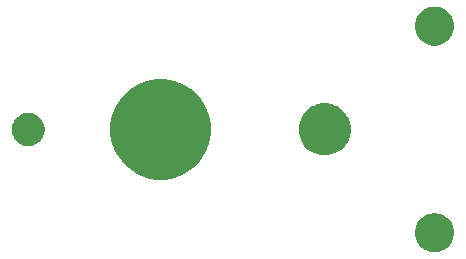
<source format=gbr>
G04 #@! TF.GenerationSoftware,KiCad,Pcbnew,5.1.5+dfsg1-2build2*
G04 #@! TF.CreationDate,2021-03-16T12:31:57-05:00*
G04 #@! TF.ProjectId,TT_GEAR_MOTOR_BRACKET,54545f47-4541-4525-9f4d-4f544f525f42,rev?*
G04 #@! TF.SameCoordinates,Original*
G04 #@! TF.FileFunction,Soldermask,Top*
G04 #@! TF.FilePolarity,Negative*
%FSLAX46Y46*%
G04 Gerber Fmt 4.6, Leading zero omitted, Abs format (unit mm)*
G04 Created by KiCad (PCBNEW 5.1.5+dfsg1-2build2) date 2021-03-16 12:31:57*
%MOMM*%
%LPD*%
G04 APERTURE LIST*
%ADD10C,0.100000*%
G04 APERTURE END LIST*
D10*
G36*
X87175256Y-68391298D02*
G01*
X87281579Y-68412447D01*
X87582042Y-68536903D01*
X87852451Y-68717585D01*
X88082415Y-68947549D01*
X88263097Y-69217958D01*
X88387553Y-69518421D01*
X88451000Y-69837391D01*
X88451000Y-70162609D01*
X88387553Y-70481579D01*
X88263097Y-70782042D01*
X88082415Y-71052451D01*
X87852451Y-71282415D01*
X87582042Y-71463097D01*
X87281579Y-71587553D01*
X87175256Y-71608702D01*
X86962611Y-71651000D01*
X86637389Y-71651000D01*
X86424744Y-71608702D01*
X86318421Y-71587553D01*
X86017958Y-71463097D01*
X85747549Y-71282415D01*
X85517585Y-71052451D01*
X85336903Y-70782042D01*
X85212447Y-70481579D01*
X85149000Y-70162609D01*
X85149000Y-69837391D01*
X85212447Y-69518421D01*
X85336903Y-69217958D01*
X85517585Y-68947549D01*
X85747549Y-68717585D01*
X86017958Y-68536903D01*
X86318421Y-68412447D01*
X86424744Y-68391298D01*
X86637389Y-68349000D01*
X86962611Y-68349000D01*
X87175256Y-68391298D01*
G37*
G36*
X64429329Y-57080682D02*
G01*
X64839971Y-57162363D01*
X65613604Y-57482812D01*
X66309855Y-57948033D01*
X66901967Y-58540145D01*
X67367188Y-59236396D01*
X67687637Y-60010029D01*
X67851000Y-60831313D01*
X67851000Y-61668687D01*
X67687637Y-62489971D01*
X67367188Y-63263604D01*
X66901967Y-63959855D01*
X66309855Y-64551967D01*
X65613604Y-65017188D01*
X64839971Y-65337637D01*
X64429329Y-65419319D01*
X64018688Y-65501000D01*
X63181312Y-65501000D01*
X62770671Y-65419319D01*
X62360029Y-65337637D01*
X61586396Y-65017188D01*
X60890145Y-64551967D01*
X60298033Y-63959855D01*
X59832812Y-63263604D01*
X59512363Y-62489971D01*
X59349000Y-61668687D01*
X59349000Y-60831313D01*
X59512363Y-60010029D01*
X59832812Y-59236396D01*
X60298033Y-58540145D01*
X60890145Y-57948033D01*
X61586396Y-57482812D01*
X62360029Y-57162363D01*
X62770671Y-57080682D01*
X63181312Y-56999000D01*
X64018688Y-56999000D01*
X64429329Y-57080682D01*
G37*
G36*
X78142007Y-59133582D02*
G01*
X78390226Y-59236398D01*
X78542565Y-59299499D01*
X78903056Y-59540371D01*
X79209629Y-59846944D01*
X79318599Y-60010030D01*
X79450502Y-60207437D01*
X79616418Y-60607993D01*
X79701000Y-61033219D01*
X79701000Y-61466781D01*
X79616418Y-61892007D01*
X79450502Y-62292563D01*
X79450501Y-62292565D01*
X79209629Y-62653056D01*
X78903056Y-62959629D01*
X78542565Y-63200501D01*
X78542564Y-63200502D01*
X78542563Y-63200502D01*
X78142007Y-63366418D01*
X77716781Y-63451000D01*
X77283219Y-63451000D01*
X76857993Y-63366418D01*
X76457437Y-63200502D01*
X76457436Y-63200502D01*
X76457435Y-63200501D01*
X76096944Y-62959629D01*
X75790371Y-62653056D01*
X75549499Y-62292565D01*
X75549498Y-62292563D01*
X75383582Y-61892007D01*
X75299000Y-61466781D01*
X75299000Y-61033219D01*
X75383582Y-60607993D01*
X75549498Y-60207437D01*
X75681401Y-60010030D01*
X75790371Y-59846944D01*
X76096944Y-59540371D01*
X76457435Y-59299499D01*
X76609774Y-59236398D01*
X76857993Y-59133582D01*
X77283219Y-59049000D01*
X77716781Y-59049000D01*
X78142007Y-59133582D01*
G37*
G36*
X52718433Y-59884893D02*
G01*
X52808657Y-59902839D01*
X52914267Y-59946585D01*
X53063621Y-60008449D01*
X53065987Y-60010030D01*
X53293086Y-60161772D01*
X53488228Y-60356914D01*
X53590675Y-60510237D01*
X53641551Y-60586379D01*
X53747161Y-60841344D01*
X53801000Y-61112012D01*
X53801000Y-61387988D01*
X53747161Y-61658656D01*
X53641551Y-61913621D01*
X53641550Y-61913622D01*
X53488228Y-62143086D01*
X53293086Y-62338228D01*
X53139763Y-62440675D01*
X53063621Y-62491551D01*
X52914267Y-62553415D01*
X52808657Y-62597161D01*
X52718433Y-62615107D01*
X52537988Y-62651000D01*
X52262012Y-62651000D01*
X52081567Y-62615107D01*
X51991343Y-62597161D01*
X51885733Y-62553415D01*
X51736379Y-62491551D01*
X51660237Y-62440675D01*
X51506914Y-62338228D01*
X51311772Y-62143086D01*
X51158450Y-61913622D01*
X51158449Y-61913621D01*
X51052839Y-61658656D01*
X50999000Y-61387988D01*
X50999000Y-61112012D01*
X51052839Y-60841344D01*
X51158449Y-60586379D01*
X51209325Y-60510237D01*
X51311772Y-60356914D01*
X51506914Y-60161772D01*
X51734013Y-60010030D01*
X51736379Y-60008449D01*
X51885733Y-59946585D01*
X51991343Y-59902839D01*
X52081567Y-59884893D01*
X52262012Y-59849000D01*
X52537988Y-59849000D01*
X52718433Y-59884893D01*
G37*
G36*
X87175256Y-50891298D02*
G01*
X87281579Y-50912447D01*
X87582042Y-51036903D01*
X87852451Y-51217585D01*
X88082415Y-51447549D01*
X88263097Y-51717958D01*
X88387553Y-52018421D01*
X88451000Y-52337391D01*
X88451000Y-52662609D01*
X88387553Y-52981579D01*
X88263097Y-53282042D01*
X88082415Y-53552451D01*
X87852451Y-53782415D01*
X87582042Y-53963097D01*
X87281579Y-54087553D01*
X87175256Y-54108702D01*
X86962611Y-54151000D01*
X86637389Y-54151000D01*
X86424744Y-54108702D01*
X86318421Y-54087553D01*
X86017958Y-53963097D01*
X85747549Y-53782415D01*
X85517585Y-53552451D01*
X85336903Y-53282042D01*
X85212447Y-52981579D01*
X85149000Y-52662609D01*
X85149000Y-52337391D01*
X85212447Y-52018421D01*
X85336903Y-51717958D01*
X85517585Y-51447549D01*
X85747549Y-51217585D01*
X86017958Y-51036903D01*
X86318421Y-50912447D01*
X86424744Y-50891298D01*
X86637389Y-50849000D01*
X86962611Y-50849000D01*
X87175256Y-50891298D01*
G37*
M02*

</source>
